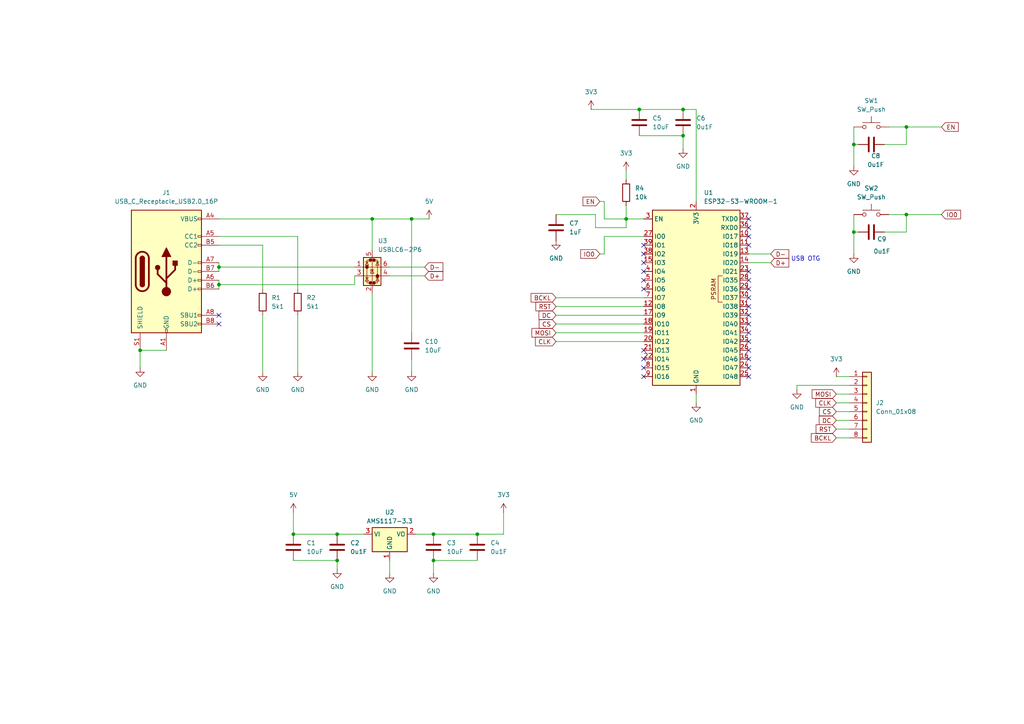
<source format=kicad_sch>
(kicad_sch (version 20231120) (generator "eeschema") (generator_version "8.0")
  (paper "A4")
  (lib_symbols
    (symbol "Connector:USB_C_Receptacle_USB2.0_16P" (pin_names (offset 1.016))
      (property "Reference" "J" (at 0 22.225 0))
      (property "Value" "USB_C_Receptacle_USB2.0_16P" (at 0 19.685 0))
      (symbol "USB_C_Receptacle_USB2.0_16P_0_0"
        (rectangle (start -0.254 -17.78) (end 0.254 -16.764))
        (rectangle (start 10.16 -14.986) (end 9.144 -15.494))
        (rectangle (start 10.16 -12.446) (end 9.144 -12.954))
        (rectangle (start 10.16 -4.826) (end 9.144 -5.334))
        (rectangle (start 10.16 -2.286) (end 9.144 -2.794))
        (rectangle (start 10.16 0.254) (end 9.144 -0.254))
        (rectangle (start 10.16 2.794) (end 9.144 2.286))
        (rectangle (start 10.16 7.874) (end 9.144 7.366))
        (rectangle (start 10.16 10.414) (end 9.144 9.906))
        (rectangle (start 10.16 15.494) (end 9.144 14.986))
      )
      (symbol "USB_C_Receptacle_USB2.0_16P_0_1"
        (rectangle (start -10.16 17.78) (end 10.16 -17.78) (stroke (width 0.254)) (fill (type background)))
        (arc (start -8.89 -3.81) (mid -6.985 -5.7067) (end -5.08 -3.81) (stroke (width 0.508)))
        (arc (start -7.62 -3.81) (mid -6.985 -4.4423) (end -6.35 -3.81) (stroke (width 0.254)))
        (arc (start -7.62 -3.81) (mid -6.985 -4.4423) (end -6.35 -3.81) (stroke (width 0.254)) (fill (type outline)))
        (rectangle (start -7.62 -3.81) (end -6.35 3.81) (stroke (width 0.254)) (fill (type outline)))
        (arc (start -6.35 3.81) (mid -6.985 4.4423) (end -7.62 3.81) (stroke (width 0.254)))
        (arc (start -6.35 3.81) (mid -6.985 4.4423) (end -7.62 3.81) (stroke (width 0.254)) (fill (type outline)))
        (arc (start -5.08 3.81) (mid -6.985 5.7067) (end -8.89 3.81) (stroke (width 0.508)))
        (circle (center -2.54 1.143) (radius 0.635) (stroke (width 0.254)) (fill (type outline)))
        (circle (center 0 -5.842) (radius 1.27) (fill (type outline)))
        (polyline (pts (xy -8.89 -3.81) (xy -8.89 3.81)) (stroke (width 0.508)))
        (polyline (pts (xy -5.08 3.81) (xy -5.08 -3.81)) (stroke (width 0.508)))
        (polyline (pts (xy 0 -5.842) (xy 0 4.318)) (stroke (width 0.508)))
        (polyline (pts (xy 0 -3.302) (xy -2.54 -0.762) (xy -2.54 0.508)) (stroke (width 0.508)))
        (polyline (pts (xy 0 -2.032) (xy 2.54 0.508) (xy 2.54 1.778)) (stroke (width 0.508)))
        (polyline (pts (xy -1.27 4.318) (xy 0 6.858) (xy 1.27 4.318) (xy -1.27 4.318)) (stroke (width 0.254)) (fill (type outline)))
        (rectangle (start 1.905 1.778) (end 3.175 3.048) (stroke (width 0.254)) (fill (type outline)))
      )
      (symbol "USB_C_Receptacle_USB2.0_16P_1_1"
        (pin passive line (at 0 -22.86 90) (length 5.08) (name "GND") (number "A1"))
        (pin passive line (at 0 -22.86 90) (length 5.08) hide (name "GND") (number "A12"))
        (pin passive line (at 15.24 15.24 180) (length 5.08) (name "VBUS") (number "A4"))
        (pin bidirectional line (at 15.24 10.16 180) (length 5.08) (name "CC1") (number "A5"))
        (pin bidirectional line (at 15.24 -2.54 180) (length 5.08) (name "D+") (number "A6"))
        (pin bidirectional line (at 15.24 2.54 180) (length 5.08) (name "D-") (number "A7"))
        (pin bidirectional line (at 15.24 -12.7 180) (length 5.08) (name "SBU1") (number "A8"))
        (pin passive line (at 15.24 15.24 180) (length 5.08) hide (name "VBUS") (number "A9"))
        (pin passive line (at 0 -22.86 90) (length 5.08) hide (name "GND") (number "B1"))
        (pin passive line (at 0 -22.86 90) (length 5.08) hide (name "GND") (number "B12"))
        (pin passive line (at 15.24 15.24 180) (length 5.08) hide (name "VBUS") (number "B4"))
        (pin bidirectional line (at 15.24 7.62 180) (length 5.08) (name "CC2") (number "B5"))
        (pin bidirectional line (at 15.24 -5.08 180) (length 5.08) (name "D+") (number "B6"))
        (pin bidirectional line (at 15.24 0 180) (length 5.08) (name "D-") (number "B7"))
        (pin bidirectional line (at 15.24 -15.24 180) (length 5.08) (name "SBU2") (number "B8"))
        (pin passive line (at 15.24 15.24 180) (length 5.08) hide (name "VBUS") (number "B9"))
        (pin passive line (at -7.62 -22.86 90) (length 5.08) (name "SHIELD") (number "S1"))
      )
    )
    (symbol "Connector_Generic:Conn_01x08" (pin_names (offset 1.016) hide)
      (property "Reference" "J" (at 0 10.16 0))
      (property "Value" "Conn_01x08" (at 0 -12.7 0))
      (symbol "Conn_01x08_1_1"
        (rectangle (start -1.27 -10.033) (end 0 -10.287) (stroke (width 0.1524)))
        (rectangle (start -1.27 -7.493) (end 0 -7.747) (stroke (width 0.1524)))
        (rectangle (start -1.27 -4.953) (end 0 -5.207) (stroke (width 0.1524)))
        (rectangle (start -1.27 -2.413) (end 0 -2.667) (stroke (width 0.1524)))
        (rectangle (start -1.27 0.127) (end 0 -0.127) (stroke (width 0.1524)))
        (rectangle (start -1.27 2.667) (end 0 2.413) (stroke (width 0.1524)))
        (rectangle (start -1.27 5.207) (end 0 4.953) (stroke (width 0.1524)))
        (rectangle (start -1.27 7.747) (end 0 7.493) (stroke (width 0.1524)))
        (rectangle (start -1.27 8.89) (end 1.27 -11.43) (stroke (width 0.254)) (fill (type background)))
        (pin passive line (at -5.08 7.62 0) (length 3.81) (name "Pin_1") (number "1"))
        (pin passive line (at -5.08 5.08 0) (length 3.81) (name "Pin_2") (number "2"))
        (pin passive line (at -5.08 2.54 0) (length 3.81) (name "Pin_3") (number "3"))
        (pin passive line (at -5.08 0 0) (length 3.81) (name "Pin_4") (number "4"))
        (pin passive line (at -5.08 -2.54 0) (length 3.81) (name "Pin_5") (number "5"))
        (pin passive line (at -5.08 -5.08 0) (length 3.81) (name "Pin_6") (number "6"))
        (pin passive line (at -5.08 -7.62 0) (length 3.81) (name "Pin_7") (number "7"))
        (pin passive line (at -5.08 -10.16 0) (length 3.81) (name "Pin_8") (number "8"))
      )
    )
    (symbol "Device:C" (pin_numbers hide) (pin_names (offset 0.254))
      (property "Reference" "C" (at 0.635 2.54 0))
      (property "Value" "C" (at 0.635 -2.54 0))
      (symbol "C_0_1"
        (polyline (pts (xy -2.032 -0.762) (xy 2.032 -0.762)) (stroke (width 0.508)))
        (polyline (pts (xy -2.032 0.762) (xy 2.032 0.762)) (stroke (width 0.508)))
      )
      (symbol "C_1_1"
        (pin passive line (at 0 3.81 270) (length 2.794) (name "~") (number "1"))
        (pin passive line (at 0 -3.81 90) (length 2.794) (name "~") (number "2"))
      )
    )
    (symbol "Device:R" (pin_numbers hide) (pin_names (offset 0))
      (property "Reference" "R" (at 2.032 0 90))
      (property "Value" "R" (at 0 0 90))
      (symbol "R_0_1"
        (rectangle (start -1.016 -2.54) (end 1.016 2.54) (stroke (width 0.254)))
      )
      (symbol "R_1_1"
        (pin passive line (at 0 3.81 270) (length 1.27) (name "~") (number "1"))
        (pin passive line (at 0 -3.81 90) (length 1.27) (name "~") (number "2"))
      )
    )
    (symbol "Power_Protection:USBLC6-2P6" (pin_names hide)
      (property "Reference" "U" (at 0.635 5.715 0))
      (property "Value" "USBLC6-2P6" (at 0.635 3.81 0))
      (symbol "USBLC6-2P6_0_0"
        (circle (center -1.524 0) (radius 0.0001) (stroke (width 0.508)))
        (circle (center -0.508 -4.572) (radius 0.0001) (stroke (width 0.508)))
        (circle (center -0.508 2.032) (radius 0.0001) (stroke (width 0.508)))
        (circle (center 0.508 -4.572) (radius 0.0001) (stroke (width 0.508)))
        (circle (center 0.508 2.032) (radius 0.0001) (stroke (width 0.508)))
        (circle (center 1.524 -2.54) (radius 0.0001) (stroke (width 0.508)))
      )
      (symbol "USBLC6-2P6_0_1"
        (polyline (pts (xy -2.54 -2.54) (xy 2.54 -2.54)))
        (polyline (pts (xy -2.54 0) (xy 2.54 0)))
        (polyline (pts (xy -2.032 -3.048) (xy -1.016 -3.048)))
        (polyline (pts (xy -1.016 1.524) (xy -2.032 1.524)))
        (polyline (pts (xy 1.016 -3.048) (xy 2.032 -3.048)))
        (polyline (pts (xy 1.016 1.524) (xy 2.032 1.524)))
        (polyline (pts (xy -0.508 -1.143) (xy -0.508 -0.762) (xy 0.508 -0.762)))
        (polyline (pts (xy -2.032 0.508) (xy -1.016 0.508) (xy -1.524 1.524) (xy -2.032 0.508)))
        (polyline (pts (xy -1.016 -4.064) (xy -2.032 -4.064) (xy -1.524 -3.048) (xy -1.016 -4.064)))
        (polyline (pts (xy 0.508 -1.778) (xy -0.508 -1.778) (xy 0 -0.762) (xy 0.508 -1.778)))
        (polyline (pts (xy 2.032 -4.064) (xy 1.016 -4.064) (xy 1.524 -3.048) (xy 2.032 -4.064)))
        (polyline (pts (xy 2.032 0.508) (xy 1.016 0.508) (xy 1.524 1.524) (xy 2.032 0.508)))
        (polyline (pts (xy 0 2.54) (xy -0.508 2.032) (xy 0.508 2.032) (xy 0 1.524) (xy 0 -4.064) (xy -0.508 -4.572) (xy 0.508 -4.572) (xy 0 -5.08)))
      )
      (symbol "USBLC6-2P6_1_1"
        (rectangle (start -2.54 2.794) (end 2.54 -5.334) (stroke (width 0.254)) (fill (type background)))
        (polyline (pts (xy -0.508 2.032) (xy -1.524 2.032) (xy -1.524 -4.572) (xy -0.508 -4.572)))
        (polyline (pts (xy 0.508 -4.572) (xy 1.524 -4.572) (xy 1.524 2.032) (xy 0.508 2.032)))
        (pin passive line (at -5.08 0 0) (length 2.54) (name "I/O1") (number "1"))
        (pin passive line (at 0 -7.62 90) (length 2.54) (name "GND") (number "2"))
        (pin passive line (at -5.08 -2.54 0) (length 2.54) (name "I/O2") (number "3"))
        (pin passive line (at 5.08 -2.54 180) (length 2.54) (name "I/O2") (number "4"))
        (pin passive line (at 0 5.08 270) (length 2.54) (name "VBUS") (number "5"))
        (pin passive line (at 5.08 0 180) (length 2.54) (name "I/O1") (number "6"))
      )
    )
    (symbol "RF_Module:ESP32-S3-WROOM-1"
      (property "Reference" "U" (at -12.7 26.67 0))
      (property "Value" "ESP32-S3-WROOM-1" (at 12.7 26.67 0))
      (symbol "ESP32-S3-WROOM-1_0_0"
        (rectangle (start -12.7 25.4) (end 12.7 -25.4) (stroke (width 0.254)) (fill (type background)))
        (text "PSRAM" (at 5.08 2.54 900) (effects (font (size 1.27 1.27))))
      )
      (symbol "ESP32-S3-WROOM-1_0_1"
        (polyline (pts (xy 7.62 -1.27) (xy 6.35 -1.27) (xy 6.35 6.35) (xy 7.62 6.35)))
      )
      (symbol "ESP32-S3-WROOM-1_1_1"
        (pin power_in line (at 0 -27.94 90) (length 2.54) (name "GND") (number "1"))
        (pin bidirectional line (at 15.24 17.78 180) (length 2.54) (name "IO17") (number "10"))
        (pin bidirectional line (at 15.24 15.24 180) (length 2.54) (name "IO18") (number "11"))
        (pin bidirectional line (at -15.24 -2.54 0) (length 2.54) (name "IO8") (number "12"))
        (pin bidirectional line (at 15.24 12.7 180) (length 2.54) (name "IO19") (number "13"))
        (pin bidirectional line (at 15.24 10.16 180) (length 2.54) (name "IO20") (number "14"))
        (pin bidirectional line (at -15.24 10.16 0) (length 2.54) (name "IO3") (number "15"))
        (pin bidirectional line (at 15.24 -17.78 180) (length 2.54) (name "IO46") (number "16"))
        (pin bidirectional line (at -15.24 -5.08 0) (length 2.54) (name "IO9") (number "17"))
        (pin bidirectional line (at -15.24 -7.62 0) (length 2.54) (name "IO10") (number "18"))
        (pin bidirectional line (at -15.24 -10.16 0) (length 2.54) (name "IO11") (number "19"))
        (pin power_in line (at 0 27.94 270) (length 2.54) (name "3V3") (number "2"))
        (pin bidirectional line (at -15.24 -12.7 0) (length 2.54) (name "IO12") (number "20"))
        (pin bidirectional line (at -15.24 -15.24 0) (length 2.54) (name "IO13") (number "21"))
        (pin bidirectional line (at -15.24 -17.78 0) (length 2.54) (name "IO14") (number "22"))
        (pin bidirectional line (at 15.24 7.62 180) (length 2.54) (name "IO21") (number "23"))
        (pin bidirectional line (at 15.24 -20.32 180) (length 2.54) (name "IO47") (number "24"))
        (pin bidirectional line (at 15.24 -22.86 180) (length 2.54) (name "IO48") (number "25"))
        (pin bidirectional line (at 15.24 -15.24 180) (length 2.54) (name "IO45") (number "26"))
        (pin bidirectional line (at -15.24 17.78 0) (length 2.54) (name "IO0") (number "27"))
        (pin bidirectional line (at 15.24 5.08 180) (length 2.54) (name "IO35") (number "28"))
        (pin bidirectional line (at 15.24 2.54 180) (length 2.54) (name "IO36") (number "29"))
        (pin input line (at -15.24 22.86 0) (length 2.54) (name "EN") (number "3"))
        (pin bidirectional line (at 15.24 0 180) (length 2.54) (name "IO37") (number "30"))
        (pin bidirectional line (at 15.24 -2.54 180) (length 2.54) (name "IO38") (number "31"))
        (pin bidirectional line (at 15.24 -5.08 180) (length 2.54) (name "IO39") (number "32"))
        (pin bidirectional line (at 15.24 -7.62 180) (length 2.54) (name "IO40") (number "33"))
        (pin bidirectional line (at 15.24 -10.16 180) (length 2.54) (name "IO41") (number "34"))
        (pin bidirectional line (at 15.24 -12.7 180) (length 2.54) (name "IO42") (number "35"))
        (pin bidirectional line (at 15.24 20.32 180) (length 2.54) (name "RXD0") (number "36"))
        (pin bidirectional line (at 15.24 22.86 180) (length 2.54) (name "TXD0") (number "37"))
        (pin bidirectional line (at -15.24 12.7 0) (length 2.54) (name "IO2") (number "38"))
        (pin bidirectional line (at -15.24 15.24 0) (length 2.54) (name "IO1") (number "39"))
        (pin bidirectional line (at -15.24 7.62 0) (length 2.54) (name "IO4") (number "4"))
        (pin passive line (at 0 -27.94 90) (length 2.54) hide (name "GND") (number "40"))
        (pin passive line (at 0 -27.94 90) (length 2.54) hide (name "GND") (number "41"))
        (pin bidirectional line (at -15.24 5.08 0) (length 2.54) (name "IO5") (number "5"))
        (pin bidirectional line (at -15.24 2.54 0) (length 2.54) (name "IO6") (number "6"))
        (pin bidirectional line (at -15.24 0 0) (length 2.54) (name "IO7") (number "7"))
        (pin bidirectional line (at -15.24 -20.32 0) (length 2.54) (name "IO15") (number "8"))
        (pin bidirectional line (at -15.24 -22.86 0) (length 2.54) (name "IO16") (number "9"))
      )
    )
    (symbol "Regulator_Linear:AMS1117-3.3"
      (property "Reference" "U" (at -3.81 3.175 0))
      (property "Value" "AMS1117-3.3" (at 0 3.175 0))
      (symbol "AMS1117-3.3_0_1"
        (rectangle (start -5.08 -5.08) (end 5.08 1.905) (stroke (width 0.254)) (fill (type background)))
      )
      (symbol "AMS1117-3.3_1_1"
        (pin power_in line (at 0 -7.62 90) (length 2.54) (name "GND") (number "1"))
        (pin power_out line (at 7.62 0 180) (length 2.54) (name "VO") (number "2"))
        (pin power_in line (at -7.62 0 0) (length 2.54) (name "VI") (number "3"))
      )
    )
    (symbol "Switch:SW_Push" (pin_numbers hide) (pin_names (offset 1.016) hide)
      (property "Reference" "SW" (at 1.27 2.54 0))
      (property "Value" "SW_Push" (at 0 -1.524 0))
      (symbol "SW_Push_0_1"
        (circle (center -2.032 0) (radius 0.508))
        (polyline (pts (xy 0 1.27) (xy 0 3.048)))
        (polyline (pts (xy 2.54 1.27) (xy -2.54 1.27)))
        (circle (center 2.032 0) (radius 0.508))
        (pin passive line (at -5.08 0 0) (length 2.54) (name "1") (number "1"))
        (pin passive line (at 5.08 0 180) (length 2.54) (name "2") (number "2"))
      )
    )
    (symbol "power:GND" (power) (pin_numbers hide) (pin_names (offset 0) hide)
      (property "Value" "GND" (at 0 -3.81 0))
      (symbol "GND_0_1"
        (polyline (pts (xy 0 0) (xy 0 -1.27) (xy 1.27 -1.27) (xy 0 -2.54) (xy -1.27 -1.27) (xy 0 -1.27)))
      )
      (symbol "GND_1_1"
        (pin power_in line (at 0 0 270) (length 0) (name "~") (number "1"))
      )
    )
    (symbol "power:VCC" (power) (pin_numbers hide) (pin_names (offset 0) hide)
      (property "Value" "VCC" (at 0 3.556 0))
      (symbol "VCC_0_1"
        (polyline (pts (xy -0.762 1.27) (xy 0 2.54)))
        (polyline (pts (xy 0 0) (xy 0 2.54)))
        (polyline (pts (xy 0 2.54) (xy 0.762 1.27)))
      )
      (symbol "VCC_1_1"
        (pin power_in line (at 0 0 90) (length 0) (name "~") (number "1"))
      )
    )
  )
  (junction (at 185.42 31.75))
  (junction (at 247.65 67.31))
  (junction (at 119.38 63.5))
  (junction (at 125.73 162.56))
  (junction (at 138.43 154.94))
  (junction (at 181.61 63.5))
  (junction (at 97.79 154.94))
  (junction (at 262.89 62.23))
  (junction (at 247.65 41.91))
  (junction (at 97.79 162.56))
  (junction (at 63.5 82.55))
  (junction (at 262.89 36.83))
  (junction (at 40.64 101.6))
  (junction (at 107.95 63.5))
  (junction (at 85.09 154.94))
  (junction (at 198.12 39.37))
  (junction (at 198.12 31.75))
  (junction (at 63.5 77.47))
  (junction (at 125.73 154.94))
  (no_connect (at 186.69 104.14))
  (no_connect (at 186.69 83.82))
  (no_connect (at 186.69 78.74))
  (no_connect (at 186.69 106.68))
  (no_connect (at 186.69 101.6))
  (no_connect (at 217.17 101.6))
  (no_connect (at 63.5 91.44))
  (no_connect (at 186.69 71.12))
  (no_connect (at 217.17 78.74))
  (no_connect (at 63.5 93.98))
  (no_connect (at 217.17 104.14))
  (no_connect (at 217.17 91.44))
  (no_connect (at 217.17 68.58))
  (no_connect (at 217.17 83.82))
  (no_connect (at 186.69 73.66))
  (no_connect (at 217.17 106.68))
  (no_connect (at 217.17 88.9))
  (no_connect (at 186.69 76.2))
  (no_connect (at 217.17 99.06))
  (no_connect (at 217.17 71.12))
  (no_connect (at 217.17 86.36))
  (no_connect (at 217.17 93.98))
  (no_connect (at 217.17 63.5))
  (no_connect (at 217.17 96.52))
  (no_connect (at 186.69 109.22))
  (no_connect (at 217.17 81.28))
  (no_connect (at 217.17 109.22))
  (no_connect (at 217.17 66.04))
  (no_connect (at 186.69 81.28))
  (wire (pts (xy 85.09 154.94) (xy 97.79 154.94)))
  (wire (pts (xy 97.79 154.94) (xy 105.41 154.94)))
  (wire (pts (xy 172.72 62.23) (xy 172.72 66.04)))
  (wire (pts (xy 161.29 86.36) (xy 186.69 86.36)))
  (wire (pts (xy 247.65 41.91) (xy 247.65 48.26)))
  (wire (pts (xy 247.65 67.31) (xy 247.65 73.66)))
  (wire (pts (xy 76.2 71.12) (xy 76.2 83.82)))
  (wire (pts (xy 113.03 162.56) (xy 113.03 166.37)))
  (wire (pts (xy 242.57 116.84) (xy 246.38 116.84)))
  (wire (pts (xy 107.95 63.5) (xy 107.95 72.39)))
  (wire (pts (xy 161.29 88.9) (xy 186.69 88.9)))
  (wire (pts (xy 172.72 66.04) (xy 181.61 66.04)))
  (wire (pts (xy 63.5 82.55) (xy 63.5 83.82)))
  (wire (pts (xy 201.93 31.75) (xy 198.12 31.75)))
  (wire (pts (xy 256.54 41.91) (xy 262.89 41.91)))
  (wire (pts (xy 40.64 101.6) (xy 40.64 106.68)))
  (wire (pts (xy 242.57 114.3) (xy 246.38 114.3)))
  (wire (pts (xy 76.2 91.44) (xy 76.2 107.95)))
  (wire (pts (xy 63.5 68.58) (xy 86.36 68.58)))
  (wire (pts (xy 198.12 39.37) (xy 198.12 43.18)))
  (wire (pts (xy 257.81 62.23) (xy 262.89 62.23)))
  (wire (pts (xy 247.65 41.91) (xy 248.92 41.91)))
  (wire (pts (xy 63.5 71.12) (xy 76.2 71.12)))
  (wire (pts (xy 181.61 63.5) (xy 186.69 63.5)))
  (wire (pts (xy 247.65 36.83) (xy 247.65 41.91)))
  (wire (pts (xy 242.57 124.46) (xy 246.38 124.46)))
  (wire (pts (xy 119.38 63.5) (xy 124.46 63.5)))
  (wire (pts (xy 63.5 63.5) (xy 107.95 63.5)))
  (wire (pts (xy 119.38 104.14) (xy 119.38 107.95)))
  (wire (pts (xy 175.26 73.66) (xy 175.26 68.58)))
  (wire (pts (xy 120.65 154.94) (xy 125.73 154.94)))
  (wire (pts (xy 262.89 62.23) (xy 273.05 62.23)))
  (wire (pts (xy 125.73 162.56) (xy 125.73 166.37)))
  (wire (pts (xy 107.95 63.5) (xy 119.38 63.5)))
  (wire (pts (xy 181.61 49.53) (xy 181.61 52.07)))
  (wire (pts (xy 217.17 73.66) (xy 223.52 73.66)))
  (wire (pts (xy 85.09 162.56) (xy 97.79 162.56)))
  (wire (pts (xy 242.57 109.22) (xy 246.38 109.22)))
  (wire (pts (xy 247.65 67.31) (xy 248.92 67.31)))
  (wire (pts (xy 242.57 121.92) (xy 246.38 121.92)))
  (wire (pts (xy 181.61 66.04) (xy 181.61 63.5)))
  (wire (pts (xy 217.17 76.2) (xy 223.52 76.2)))
  (wire (pts (xy 63.5 77.47) (xy 102.87 77.47)))
  (wire (pts (xy 175.26 63.5) (xy 181.61 63.5)))
  (wire (pts (xy 262.89 41.91) (xy 262.89 36.83)))
  (wire (pts (xy 257.81 36.83) (xy 262.89 36.83)))
  (wire (pts (xy 125.73 154.94) (xy 138.43 154.94)))
  (wire (pts (xy 185.42 31.75) (xy 198.12 31.75)))
  (wire (pts (xy 146.05 148.59) (xy 146.05 154.94)))
  (wire (pts (xy 175.26 68.58) (xy 186.69 68.58)))
  (wire (pts (xy 201.93 114.3) (xy 201.93 116.84)))
  (wire (pts (xy 63.5 82.55) (xy 102.87 82.55)))
  (wire (pts (xy 201.93 58.42) (xy 201.93 31.75)))
  (wire (pts (xy 262.89 67.31) (xy 262.89 62.23)))
  (wire (pts (xy 63.5 76.2) (xy 63.5 77.47)))
  (wire (pts (xy 85.09 148.59) (xy 85.09 154.94)))
  (wire (pts (xy 173.99 73.66) (xy 175.26 73.66)))
  (wire (pts (xy 242.57 119.38) (xy 246.38 119.38)))
  (wire (pts (xy 242.57 127) (xy 246.38 127)))
  (wire (pts (xy 262.89 36.83) (xy 273.05 36.83)))
  (wire (pts (xy 247.65 62.23) (xy 247.65 67.31)))
  (wire (pts (xy 185.42 39.37) (xy 198.12 39.37)))
  (wire (pts (xy 97.79 162.56) (xy 97.79 165.1)))
  (wire (pts (xy 161.29 91.44) (xy 186.69 91.44)))
  (wire (pts (xy 246.38 111.76) (xy 231.14 111.76)))
  (wire (pts (xy 86.36 68.58) (xy 86.36 83.82)))
  (wire (pts (xy 119.38 63.5) (xy 119.38 96.52)))
  (wire (pts (xy 63.5 81.28) (xy 63.5 82.55)))
  (wire (pts (xy 113.03 80.01) (xy 123.19 80.01)))
  (wire (pts (xy 161.29 93.98) (xy 186.69 93.98)))
  (wire (pts (xy 173.99 58.42) (xy 175.26 58.42)))
  (wire (pts (xy 102.87 82.55) (xy 102.87 80.01)))
  (wire (pts (xy 138.43 162.56) (xy 125.73 162.56)))
  (wire (pts (xy 256.54 67.31) (xy 262.89 67.31)))
  (wire (pts (xy 40.64 101.6) (xy 48.26 101.6)))
  (wire (pts (xy 86.36 91.44) (xy 86.36 107.95)))
  (wire (pts (xy 113.03 77.47) (xy 123.19 77.47)))
  (wire (pts (xy 161.29 62.23) (xy 172.72 62.23)))
  (wire (pts (xy 181.61 59.69) (xy 181.61 63.5)))
  (wire (pts (xy 161.29 96.52) (xy 186.69 96.52)))
  (wire (pts (xy 138.43 154.94) (xy 146.05 154.94)))
  (wire (pts (xy 231.14 111.76) (xy 231.14 113.03)))
  (wire (pts (xy 171.45 31.75) (xy 185.42 31.75)))
  (wire (pts (xy 107.95 85.09) (xy 107.95 107.95)))
  (wire (pts (xy 161.29 99.06) (xy 186.69 99.06)))
  (wire (pts (xy 175.26 58.42) (xy 175.26 63.5)))
  (wire (pts (xy 63.5 77.47) (xy 63.5 78.74)))
  (text "USB OTG" (at 233.68 75.184 0) (effects (font (size 1.27 1.27))))
  (global_label "BCKL" (shape input) (at 161.29 86.36 180) (property "Intersheetrefs" "${INTERSHEET_REFS}" (effects (hide yes))))
  (global_label "MOSI" (shape input) (at 161.29 96.52 180) (property "Intersheetrefs" "${INTERSHEET_REFS}" (effects (hide yes))))
  (global_label "D-" (shape input) (at 223.52 73.66 0) (property "Intersheetrefs" "${INTERSHEET_REFS}" (effects (hide yes))))
  (global_label "IO0" (shape input) (at 273.05 62.23 0) (property "Intersheetrefs" "${INTERSHEET_REFS}" (effects (hide yes))))
  (global_label "CLK" (shape input) (at 242.57 116.84 180) (property "Intersheetrefs" "${INTERSHEET_REFS}" (effects (hide yes))))
  (global_label "RST" (shape input) (at 242.57 124.46 180) (property "Intersheetrefs" "${INTERSHEET_REFS}" (effects (hide yes))))
  (global_label "EN" (shape input) (at 173.99 58.42 180) (property "Intersheetrefs" "${INTERSHEET_REFS}" (effects (hide yes))))
  (global_label "CS" (shape input) (at 242.57 119.38 180) (property "Intersheetrefs" "${INTERSHEET_REFS}" (effects (hide yes))))
  (global_label "DC" (shape input) (at 161.29 91.44 180) (property "Intersheetrefs" "${INTERSHEET_REFS}" (effects (hide yes))))
  (global_label "BCKL" (shape input) (at 242.57 127 180) (property "Intersheetrefs" "${INTERSHEET_REFS}" (effects (hide yes))))
  (global_label "IO0" (shape input) (at 173.99 73.66 180) (property "Intersheetrefs" "${INTERSHEET_REFS}" (effects (hide yes))))
  (global_label "CLK" (shape input) (at 161.29 99.06 180) (property "Intersheetrefs" "${INTERSHEET_REFS}" (effects (hide yes))))
  (global_label "CS" (shape input) (at 161.29 93.98 180) (property "Intersheetrefs" "${INTERSHEET_REFS}" (effects (hide yes))))
  (global_label "D-" (shape input) (at 123.19 77.47 0) (property "Intersheetrefs" "${INTERSHEET_REFS}" (effects (hide yes))))
  (global_label "D+" (shape input) (at 123.19 80.01 0) (property "Intersheetrefs" "${INTERSHEET_REFS}" (effects (hide yes))))
  (global_label "RST" (shape input) (at 161.29 88.9 180) (property "Intersheetrefs" "${INTERSHEET_REFS}" (effects (hide yes))))
  (global_label "DC" (shape input) (at 242.57 121.92 180) (property "Intersheetrefs" "${INTERSHEET_REFS}" (effects (hide yes))))
  (global_label "D+" (shape input) (at 223.52 76.2 0) (property "Intersheetrefs" "${INTERSHEET_REFS}" (effects (hide yes))))
  (global_label "MOSI" (shape input) (at 242.57 114.3 180) (property "Intersheetrefs" "${INTERSHEET_REFS}" (effects (hide yes))))
  (global_label "EN" (shape input) (at 273.05 36.83 0) (property "Intersheetrefs" "${INTERSHEET_REFS}" (effects (hide yes))))
  (symbol (lib_id "RF_Module:ESP32-S3-WROOM-1") (at 201.93 86.36 0) (unit 1)
    (property "Reference" "U1" (at 204.1241 55.88 0) (effects (justify left)))
    (property "Value" "ESP32-S3-WROOM-1" (at 204.1241 58.42 0) (effects (justify left)))
    (property "Footprint" "RF_Module:ESP32-S3-WROOM-1" (effects (hide yes)))
    (property "Datasheet" "https://www.espressif.com/sites/default/files/documentation/esp32-s3-wroom-1_wroom-1u_datasheet_en.pdf" (effects (hide yes)))
    (property "Description" "RF Module, ESP32-S3 SoC, Wi-Fi 802.11b/g/n, Bluetooth, BLE, 32-bit, 3.3V, onboard antenna, SMD" (effects (hide yes)))
  )
  (symbol (lib_id "power:VCC") (at 242.57 109.22 0) (unit 1)
    (property "Reference" "#PWR019" (effects (hide yes)))
    (property "Value" "3V3" (at 242.57 104.14 0))
    (property "Description" "Power symbol creates a global label with name \"VCC\"" (effects (hide yes)))
  )
  (symbol (lib_id "Device:R") (at 86.36 87.63 0) (unit 1)
    (property "Reference" "R2" (at 88.9 86.3599 0) (effects (justify left)))
    (property "Value" "5k1" (at 88.9 88.8999 0) (effects (justify left)))
    (property "Footprint" "Resistor_SMD:R_0603_1608Metric" (effects (hide yes)))
    (property "Description" "Resistor" (effects (hide yes)))
  )
  (symbol (lib_id "Device:C") (at 85.09 158.75 0) (unit 1)
    (property "Reference" "C1" (at 88.9 157.4799 0) (effects (justify left)))
    (property "Value" "10uF" (at 88.9 160.0199 0) (effects (justify left)))
    (property "Footprint" "Capacitor_SMD:C_0603_1608Metric" (effects (hide yes)))
    (property "Description" "Unpolarized capacitor" (effects (hide yes)))
  )
  (symbol (lib_id "power:VCC") (at 146.05 148.59 0) (unit 1)
    (property "Reference" "#PWR015" (effects (hide yes)))
    (property "Value" "3V3" (at 146.05 143.51 0))
    (property "Description" "Power symbol creates a global label with name \"VCC\"" (effects (hide yes)))
  )
  (symbol (lib_id "Device:R") (at 181.61 55.88 0) (unit 1)
    (property "Reference" "R4" (at 184.15 54.6099 0) (effects (justify left)))
    (property "Value" "10k" (at 184.15 57.1499 0) (effects (justify left)))
    (property "Footprint" "Resistor_SMD:R_0603_1608Metric" (effects (hide yes)))
    (property "Description" "Resistor" (effects (hide yes)))
  )
  (symbol (lib_id "power:GND") (at 40.64 106.68 0) (unit 1)
    (property "Reference" "#PWR07" (effects (hide yes)))
    (property "Value" "GND" (at 40.64 111.76 0))
    (property "Description" "Power symbol creates a global label with name \"GND\" , ground" (effects (hide yes)))
  )
  (symbol (lib_id "Device:C") (at 125.73 158.75 0) (unit 1)
    (property "Reference" "C3" (at 129.54 157.4799 0) (effects (justify left)))
    (property "Value" "10uF" (at 129.54 160.0199 0) (effects (justify left)))
    (property "Footprint" "Capacitor_SMD:C_0603_1608Metric" (effects (hide yes)))
    (property "Description" "Unpolarized capacitor" (effects (hide yes)))
  )
  (symbol (lib_id "power:GND") (at 107.95 107.95 0) (unit 1)
    (property "Reference" "#PWR09" (effects (hide yes)))
    (property "Value" "GND" (at 107.95 113.03 0))
    (property "Description" "Power symbol creates a global label with name \"GND\" , ground" (effects (hide yes)))
  )
  (symbol (lib_id "Device:C") (at 252.73 41.91 90) (unit 1)
    (property "Reference" "C8" (at 254 45.212 90))
    (property "Value" "0u1F" (at 254 47.752 90))
    (property "Footprint" "Capacitor_SMD:C_0603_1608Metric" (effects (hide yes)))
    (property "Description" "Unpolarized capacitor" (effects (hide yes)))
  )
  (symbol (lib_id "power:VCC") (at 171.45 31.75 0) (unit 1)
    (property "Reference" "#PWR016" (effects (hide yes)))
    (property "Value" "3V3" (at 171.45 26.67 0))
    (property "Description" "Power symbol creates a global label with name \"VCC\"" (effects (hide yes)))
  )
  (symbol (lib_id "power:GND") (at 125.73 166.37 0) (unit 1)
    (property "Reference" "#PWR03" (effects (hide yes)))
    (property "Value" "GND" (at 125.73 171.45 0))
    (property "Description" "Power symbol creates a global label with name \"GND\" , ground" (effects (hide yes)))
  )
  (symbol (lib_id "Switch:SW_Push") (at 252.73 62.23 0) (unit 1)
    (property "Reference" "SW2" (at 252.73 54.61 0))
    (property "Value" "SW_Push" (at 252.73 57.15 0))
    (property "Footprint" "Button_Switch_SMD:SW_SPST_PTS810" (effects (hide yes)))
    (property "Description" "Push button switch, generic, two pins" (effects (hide yes)))
  )
  (symbol (lib_id "power:GND") (at 231.14 113.03 0) (unit 1)
    (property "Reference" "#PWR011" (effects (hide yes)))
    (property "Value" "GND" (at 231.14 118.11 0))
    (property "Description" "Power symbol creates a global label with name \"GND\" , ground" (effects (hide yes)))
  )
  (symbol (lib_id "power:VCC") (at 124.46 63.5 0) (unit 1)
    (property "Reference" "#PWR013" (effects (hide yes)))
    (property "Value" "5V" (at 124.46 58.42 0))
    (property "Description" "Power symbol creates a global label with name \"VCC\"" (effects (hide yes)))
  )
  (symbol (lib_id "power:GND") (at 247.65 48.26 0) (unit 1)
    (property "Reference" "#PWR05" (effects (hide yes)))
    (property "Value" "GND" (at 247.65 53.34 0))
    (property "Description" "Power symbol creates a global label with name \"GND\" , ground" (effects (hide yes)))
  )
  (symbol (lib_id "Connector_Generic:Conn_01x08") (at 251.46 116.84 0) (unit 1)
    (property "Reference" "J2" (at 254 116.8399 0) (effects (justify left)))
    (property "Value" "Conn_01x08" (at 254 119.3799 0) (effects (justify left)))
    (property "Footprint" "footprints:Molex_LCD_conn" (effects (hide yes)))
    (property "Description" "Generic connector, single row, 01x08, script generated (kicad-library-utils/schlib/autogen/connector/)" (effects (hide yes)))
  )
  (symbol (lib_id "Connector:USB_C_Receptacle_USB2.0_16P") (at 48.26 78.74 0) (unit 1)
    (property "Reference" "J1" (at 48.26 55.88 0))
    (property "Value" "USB_C_Receptacle_USB2.0_16P" (at 48.26 58.42 0))
    (property "Footprint" "Connector_USB:USB_C_Receptacle_GCT_USB4105-xx-A_16P_TopMnt_Horizontal" (effects (hide yes)))
    (property "Datasheet" "https://www.usb.org/sites/default/files/documents/usb_type-c.zip" (effects (hide yes)))
    (property "Description" "USB 2.0-only 16P Type-C Receptacle connector" (effects (hide yes)))
  )
  (symbol (lib_id "power:GND") (at 113.03 166.37 0) (unit 1)
    (property "Reference" "#PWR020" (effects (hide yes)))
    (property "Value" "GND" (at 113.03 171.45 0))
    (property "Description" "Power symbol creates a global label with name \"GND\" , ground" (effects (hide yes)))
  )
  (symbol (lib_id "power:GND") (at 201.93 116.84 0) (unit 1)
    (property "Reference" "#PWR012" (effects (hide yes)))
    (property "Value" "GND" (at 201.93 121.92 0))
    (property "Description" "Power symbol creates a global label with name \"GND\" , ground" (effects (hide yes)))
  )
  (symbol (lib_id "Device:C") (at 138.43 158.75 0) (unit 1)
    (property "Reference" "C4" (at 142.24 157.4799 0) (effects (justify left)))
    (property "Value" "0u1F" (at 142.24 160.0199 0) (effects (justify left)))
    (property "Footprint" "Capacitor_SMD:C_0603_1608Metric" (effects (hide yes)))
    (property "Description" "Unpolarized capacitor" (effects (hide yes)))
  )
  (symbol (lib_id "Device:R") (at 76.2 87.63 0) (unit 1)
    (property "Reference" "R1" (at 78.74 86.3599 0) (effects (justify left)))
    (property "Value" "5k1" (at 78.74 88.8999 0) (effects (justify left)))
    (property "Footprint" "Resistor_SMD:R_0603_1608Metric" (effects (hide yes)))
    (property "Description" "Resistor" (effects (hide yes)))
  )
  (symbol (lib_id "power:GND") (at 119.38 107.95 0) (unit 1)
    (property "Reference" "#PWR010" (effects (hide yes)))
    (property "Value" "GND" (at 119.38 113.03 0))
    (property "Description" "Power symbol creates a global label with name \"GND\" , ground" (effects (hide yes)))
  )
  (symbol (lib_id "power:GND") (at 247.65 73.66 0) (unit 1)
    (property "Reference" "#PWR06" (effects (hide yes)))
    (property "Value" "GND" (at 247.65 78.74 0))
    (property "Description" "Power symbol creates a global label with name \"GND\" , ground" (effects (hide yes)))
  )
  (symbol (lib_id "power:GND") (at 161.29 69.85 0) (unit 1)
    (property "Reference" "#PWR018" (effects (hide yes)))
    (property "Value" "GND" (at 161.29 74.93 0))
    (property "Description" "Power symbol creates a global label with name \"GND\" , ground" (effects (hide yes)))
  )
  (symbol (lib_id "power:GND") (at 97.79 165.1 0) (unit 1)
    (property "Reference" "#PWR02" (effects (hide yes)))
    (property "Value" "GND" (at 97.79 170.18 0))
    (property "Description" "Power symbol creates a global label with name \"GND\" , ground" (effects (hide yes)))
  )
  (symbol (lib_id "power:GND") (at 86.36 107.95 0) (unit 1)
    (property "Reference" "#PWR08" (effects (hide yes)))
    (property "Value" "GND" (at 86.36 113.03 0))
    (property "Description" "Power symbol creates a global label with name \"GND\" , ground" (effects (hide yes)))
  )
  (symbol (lib_id "Device:C") (at 119.38 100.33 0) (unit 1)
    (property "Reference" "C10" (at 123.19 99.0599 0) (effects (justify left)))
    (property "Value" "10uF" (at 123.19 101.5999 0) (effects (justify left)))
    (property "Footprint" "Capacitor_SMD:C_0603_1608Metric" (effects (hide yes)))
    (property "Description" "Unpolarized capacitor" (effects (hide yes)))
  )
  (symbol (lib_id "Device:C") (at 185.42 35.56 0) (unit 1)
    (property "Reference" "C5" (at 189.23 34.2899 0) (effects (justify left)))
    (property "Value" "10uF" (at 189.23 36.8299 0) (effects (justify left)))
    (property "Footprint" "Capacitor_SMD:C_0603_1608Metric" (effects (hide yes)))
    (property "Description" "Unpolarized capacitor" (effects (hide yes)))
  )
  (symbol (lib_id "Device:C") (at 198.12 35.56 0) (unit 1)
    (property "Reference" "C6" (at 201.93 34.2899 0) (effects (justify left)))
    (property "Value" "0u1F" (at 201.93 36.8299 0) (effects (justify left)))
    (property "Footprint" "Capacitor_SMD:C_0603_1608Metric" (effects (hide yes)))
    (property "Description" "Unpolarized capacitor" (effects (hide yes)))
  )
  (symbol (lib_id "power:GND") (at 76.2 107.95 0) (unit 1)
    (property "Reference" "#PWR01" (effects (hide yes)))
    (property "Value" "GND" (at 76.2 113.03 0))
    (property "Description" "Power symbol creates a global label with name \"GND\" , ground" (effects (hide yes)))
  )
  (symbol (lib_id "Device:C") (at 161.29 66.04 0) (unit 1)
    (property "Reference" "C7" (at 165.1 64.7699 0) (effects (justify left)))
    (property "Value" "1uF" (at 165.1 67.3099 0) (effects (justify left)))
    (property "Footprint" "Capacitor_SMD:C_0603_1608Metric" (effects (hide yes)))
    (property "Description" "Unpolarized capacitor" (effects (hide yes)))
  )
  (symbol (lib_id "power:GND") (at 198.12 43.18 0) (unit 1)
    (property "Reference" "#PWR04" (effects (hide yes)))
    (property "Value" "GND" (at 198.12 48.26 0))
    (property "Description" "Power symbol creates a global label with name \"GND\" , ground" (effects (hide yes)))
  )
  (symbol (lib_id "power:VCC") (at 181.61 49.53 0) (unit 1)
    (property "Reference" "#PWR017" (effects (hide yes)))
    (property "Value" "3V3" (at 181.61 44.45 0))
    (property "Description" "Power symbol creates a global label with name \"VCC\"" (effects (hide yes)))
  )
  (symbol (lib_id "Device:C") (at 97.79 158.75 0) (unit 1)
    (property "Reference" "C2" (at 101.6 157.4799 0) (effects (justify left)))
    (property "Value" "0u1F" (at 101.6 160.0199 0) (effects (justify left)))
    (property "Footprint" "Capacitor_SMD:C_0603_1608Metric" (effects (hide yes)))
    (property "Description" "Unpolarized capacitor" (effects (hide yes)))
  )
  (symbol (lib_id "power:VCC") (at 85.09 148.59 0) (unit 1)
    (property "Reference" "#PWR014" (effects (hide yes)))
    (property "Value" "5V" (at 85.09 143.51 0))
    (property "Description" "Power symbol creates a global label with name \"VCC\"" (effects (hide yes)))
  )
  (symbol (lib_id "Switch:SW_Push") (at 252.73 36.83 0) (unit 1)
    (property "Reference" "SW1" (at 252.73 29.21 0))
    (property "Value" "SW_Push" (at 252.73 31.75 0))
    (property "Footprint" "Button_Switch_SMD:SW_SPST_PTS810" (effects (hide yes)))
    (property "Description" "Push button switch, generic, two pins" (effects (hide yes)))
  )
  (symbol (lib_id "Device:C") (at 252.73 67.31 90) (unit 1)
    (property "Reference" "C9" (at 255.778 69.342 90))
    (property "Value" "0u1F" (at 255.778 72.898 90))
    (property "Footprint" "Capacitor_SMD:C_0603_1608Metric" (effects (hide yes)))
    (property "Description" "Unpolarized capacitor" (effects (hide yes)))
  )
  (symbol (lib_id "Power_Protection:USBLC6-2P6") (at 107.95 77.47 0) (unit 1)
    (property "Reference" "U3" (at 109.6011 69.85 0) (effects (justify left)))
    (property "Value" "USBLC6-2P6" (at 109.6011 72.39 0) (effects (justify left)))
    (property "Footprint" "Package_TO_SOT_SMD:SOT-666" (effects (hide yes)))
    (property "Datasheet" "https://www.st.com/resource/en/datasheet/usblc6-2.pdf" (effects (hide yes)))
    (property "Description" "Very low capacitance ESD protection diode, 2 data-line, SOT-666" (effects (hide yes)))
  )
  (symbol (lib_id "Regulator_Linear:AMS1117-3.3") (at 113.03 154.94 0) (unit 1)
    (property "Reference" "U2" (at 113.03 148.59 0))
    (property "Value" "AMS1117-3.3" (at 113.03 151.13 0))
    (property "Footprint" "Package_TO_SOT_SMD:SOT-223-3_TabPin2" (effects (hide yes)))
    (property "Datasheet" "http://www.advanced-monolithic.com/pdf/ds1117.pdf" (effects (hide yes)))
    (property "Description" "1A Low Dropout regulator, positive, 3.3V fixed output, SOT-223" (effects (hide yes)))
  )
)
</source>
